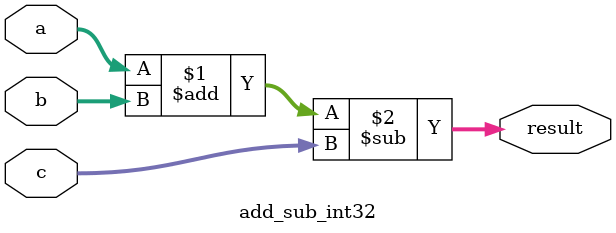
<source format=v>

module add_sub_int32(input [31:0] a, input [31:0] b, input [31:0] c, output [31:0] result);
    assign result = a + b - c;
endmodule


</source>
